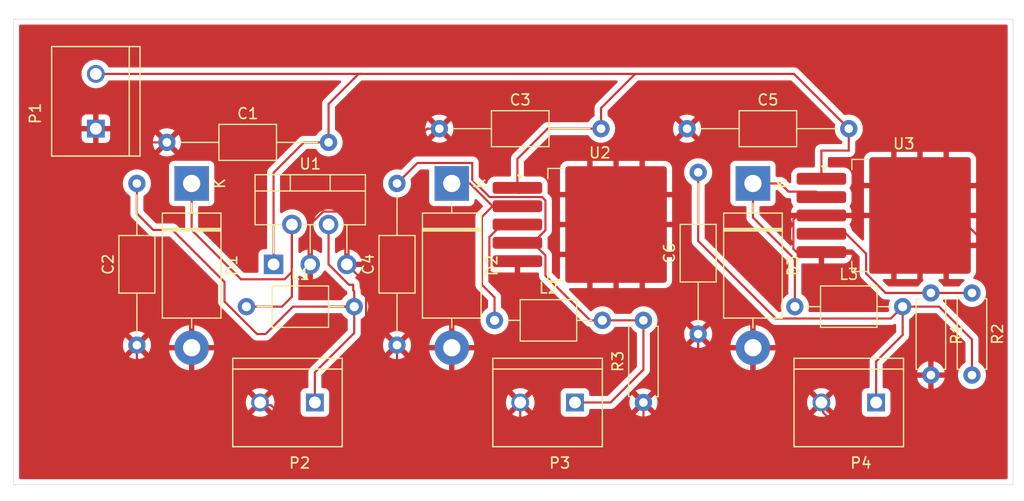
<source format=kicad_pcb>
(kicad_pcb (version 20241229) (generator "pcbnew") (generator_version "9.0")
  (layers (0 "F.Cu" signal) (2 "B.Cu" signal) (13 "F.Paste" user) (15 "B.Paste" user) (5 "F.SilkS" user "F.Silkscreen") (7 "B.SilkS" user "B.Silkscreen") (1 "F.Mask" user) (3 "B.Mask" user) (25 "Edge.Cuts" user))
  (net 0 "")
  (net 1 "/GND")
  (net 2 "Net-(U3-FB)")
  (net 3 "/3.3V")
  (net 4 "/5V")
  (net 5 "/12V")
  (net 6 "Net-(D1-K)")
  (net 7 "/+24V")
  (net 8 "Net-(D2-K)")
  (net 9 "Net-(D3-K)")
  (footprint "Library:2pin_screwterminal" (layer "F.Cu") (at 119.38 82.55 90)
    (property "Reference" "P1" (at -1.127255 -5.614945 90) (layer "F.SilkS") (effects (font (size 1.002039 1.002039))))
    (property "Value" "282837-2")
    (fp_line (start 5.08 -4.1) (end 5.08 3.1) (stroke (width 0.127)) (layer "F.SilkS"))
    (fp_line (start -5.08 -4.1) (end 5.08 -4.1) (stroke (width 0.127)) (layer "F.SilkS"))
    (fp_line (start 5.08 3.1) (end 5.08 4.1) (stroke (width 0.127)) (layer "F.SilkS"))
    (fp_line (start -5.08 3.1) (end -5.08 -4.1) (stroke (width 0.127)) (layer "F.SilkS"))
    (fp_line (start -5.08 3.1) (end 5.08 3.1) (stroke (width 0.127)) (layer "F.SilkS"))
    (fp_line (start 5.08 4.1) (end -5.08 4.1) (stroke (width 0.127)) (layer "F.SilkS"))
    (fp_line (start -5.08 4.1) (end -5.08 3.1) (stroke (width 0.127)) (layer "F.SilkS"))
    (pad "1" thru_hole rect (at -2.54 0 90) (size 1.65 1.65) (drill 1.1) (layers "*.Cu" "*.Mask") (net 1 "/GND"))
    (pad "2" thru_hole circle (at 2.54 0 90) (size 1.65 1.65) (drill 1.1) (layers "*.Cu" "*.Mask") (net 7 "/+24V"))
  )
  (footprint "Package_TO_SOT_SMD:TO-263-5_TabPin3" (layer "F.Cu") (at 166.14 93.98)
    (property "Reference" "U2" (at 0 -6.65 0) (layer "F.SilkS"))
    (property "Value" "LM2596S-5")
    (fp_line (start -4.825 -5.2) (end -4.825 -4.25) (stroke (width 0.12)) (layer "F.SilkS"))
    (fp_line (start -4.825 5.2) (end -4.825 4.25) (stroke (width 0.12)) (layer "F.SilkS"))
    (fp_line (start -3.325 -5.2) (end -4.825 -5.2) (stroke (width 0.12)) (layer "F.SilkS"))
    (fp_line (start -3.325 5.2) (end -4.825 5.2) (stroke (width 0.12)) (layer "F.SilkS"))
    (fp_poly (pts (xy -7.3875 -4.25) (xy -7.6275 -4.58) (xy -7.1475 -4.58) (xy -7.3875 -4.25)) (stroke (width 0.12)) (fill yes) (layer "F.SilkS"))
    (pad "1" smd roundrect (at -7.65 -3.4) (size 4.6 1.1) (layers "F.Cu" "F.Mask" "F.Paste") (roundrect_rratio 0.227273) (net 7 "/+24V"))
    (pad "2" smd roundrect (at -7.65 -1.7) (size 4.6 1.1) (layers "F.Cu" "F.Mask" "F.Paste") (roundrect_rratio 0.227273) (net 8 "Net-(D2-K)"))
    (pad "3" smd roundrect (at -7.65 0) (size 4.6 1.1) (layers "F.Cu" "F.Mask" "F.Paste") (roundrect_rratio 0.227273) (net 1 "/GND"))
    (pad "3" smd roundrect (at -0.925 -2.775) (size 4.55 5.25) (layers "F.Cu" "F.Paste") (roundrect_rratio 0.054945) (net 1 "/GND"))
    (pad "3" smd roundrect (at -0.925 2.775) (size 4.55 5.25) (layers "F.Cu" "F.Paste") (roundrect_rratio 0.054945) (net 1 "/GND"))
    (pad "3" smd roundrect (at 1.5 0) (size 9.4 10.8) (layers "F.Cu" "F.Mask") (roundrect_rratio 0.026596) (net 1 "/GND"))
    (pad "3" smd roundrect (at 3.925 -2.775) (size 4.55 5.25) (layers "F.Cu" "F.Paste") (roundrect_rratio 0.054945) (net 1 "/GND"))
    (pad "3" smd roundrect (at 3.925 2.775) (size 4.55 5.25) (layers "F.Cu" "F.Paste") (roundrect_rratio 0.054945) (net 1 "/GND"))
    (pad "4" smd roundrect (at -7.65 1.7) (size 4.6 1.1) (layers "F.Cu" "F.Mask" "F.Paste") (roundrect_rratio 0.227273) (net 4 "/5V"))
    (pad "5" smd roundrect (at -7.65 3.4) (size 4.6 1.1) (layers "F.Cu" "F.Mask" "F.Paste") (roundrect_rratio 0.227273) (net 1 "/GND"))
  )
  (footprint "Diode_THT:D_DO-201AD_P15.24mm_Horizontal" (layer "F.Cu") (at 128.27 90.17 -90)
    (property "Reference" "D1" (at 7.62 -3.72 90) (layer "F.SilkS"))
    (property "Value" "1N5822")
    (fp_line (start 2.75 2.72) (end 12.49 2.72) (stroke (width 0.12)) (layer "F.SilkS"))
    (fp_line (start 12.49 2.72) (end 12.49 -2.72) (stroke (width 0.12)) (layer "F.SilkS"))
    (fp_line (start 1.84 0) (end 2.75 0) (stroke (width 0.12)) (layer "F.SilkS"))
    (fp_line (start 13.4 0) (end 12.49 0) (stroke (width 0.12)) (layer "F.SilkS"))
    (fp_line (start 2.75 -2.72) (end 2.75 2.72) (stroke (width 0.12)) (layer "F.SilkS"))
    (fp_line (start 4.175 -2.72) (end 4.175 2.72) (stroke (width 0.12)) (layer "F.SilkS"))
    (fp_line (start 4.295 -2.72) (end 4.295 2.72) (stroke (width 0.12)) (layer "F.SilkS"))
    (fp_line (start 4.415 -2.72) (end 4.415 2.72) (stroke (width 0.12)) (layer "F.SilkS"))
    (fp_line (start 12.49 -2.72) (end 2.75 -2.72) (stroke (width 0.12)) (layer "F.SilkS"))
    (fp_text user "K" (at 0 -2.6 90) (layer "F.SilkS"))
    (pad "1" thru_hole rect (at 0 0 270) (size 3.2 3.2) (drill 1.6) (layers "*.Cu" "*.Mask") (net 6 "Net-(D1-K)"))
    (pad "2" thru_hole oval (at 15.24 0 270) (size 3.2 3.2) (drill 1.6) (layers "*.Cu" "*.Mask") (net 1 "/GND"))
  )
  (footprint "Inductor_THT:L_Axial_L5.0mm_D3.6mm_P10.00mm_Horizontal_Murata_BL01RN1A2A2" (layer "F.Cu") (at 156.37 102.87)
    (property "Reference" "L2" (at 5 -3 0) (layer "F.SilkS"))
    (property "Value" "33µH")
    (fp_line (start 1 0) (end 2.38 0) (stroke (width 0.12)) (layer "F.SilkS"))
    (fp_line (start 2.38 -1.92) (end 2.38 1.92) (stroke (width 0.12)) (layer "F.SilkS"))
    (fp_line (start 2.38 1.92) (end 7.62 1.92) (stroke (width 0.12)) (layer "F.SilkS"))
    (fp_line (start 7.62 -1.92) (end 2.38 -1.92) (stroke (width 0.12)) (layer "F.SilkS"))
    (fp_line (start 7.62 1.92) (end 7.62 -1.92) (stroke (width 0.12)) (layer "F.SilkS"))
    (fp_line (start 9 0) (end 7.62 0) (stroke (width 0.12)) (layer "F.SilkS"))
    (pad "1" thru_hole circle (at 0 0) (size 1.6 1.6) (drill 0.85) (layers "*.Cu" "*.Mask") (net 8 "Net-(D2-K)"))
    (pad "2" thru_hole oval (at 10 0) (size 1.6 1.6) (drill 0.85) (layers "*.Cu" "*.Mask") (net 4 "/5V"))
  )
  (footprint "Resistor_THT:R_Axial_DIN0207_L6.3mm_D2.5mm_P7.62mm_Horizontal" (layer "F.Cu") (at 170.18 110.49 90)
    (property "Reference" "R3" (at 3.81 -2.37 90) (layer "F.SilkS"))
    (property "Value" "5Ω")
    (fp_line (start 7.08 -1.37) (end 7.08 -1.04) (stroke (width 0.12)) (layer "F.SilkS"))
    (fp_line (start 0.54 -1.37) (end 7.08 -1.37) (stroke (width 0.12)) (layer "F.SilkS"))
    (fp_line (start 0.54 -1.04) (end 0.54 -1.37) (stroke (width 0.12)) (layer "F.SilkS"))
    (fp_line (start 0.54 1.04) (end 0.54 1.37) (stroke (width 0.12)) (layer "F.SilkS"))
    (fp_line (start 7.08 1.37) (end 7.08 1.04) (stroke (width 0.12)) (layer "F.SilkS"))
    (fp_line (start 0.54 1.37) (end 7.08 1.37) (stroke (width 0.12)) (layer "F.SilkS"))
    (pad "1" thru_hole circle (at 0 0 90) (size 1.6 1.6) (drill 0.8) (layers "*.Cu" "*.Mask") (net 1 "/GND"))
    (pad "2" thru_hole oval (at 7.62 0 90) (size 1.6 1.6) (drill 0.8) (layers "*.Cu" "*.Mask") (net 4 "/5V"))
  )
  (footprint "Inductor_THT:L_Axial_L5.0mm_D3.6mm_P10.00mm_Horizontal_Murata_BL01RN1A2A2" (layer "F.Cu") (at 184.23 101.6)
    (property "Reference" "L3" (at 5 -3 0) (layer "F.SilkS"))
    (property "Value" "33µH")
    (fp_line (start 1 0) (end 2.38 0) (stroke (width 0.12)) (layer "F.SilkS"))
    (fp_line (start 2.38 -1.92) (end 2.38 1.92) (stroke (width 0.12)) (layer "F.SilkS"))
    (fp_line (start 2.38 1.92) (end 7.62 1.92) (stroke (width 0.12)) (layer "F.SilkS"))
    (fp_line (start 7.62 -1.92) (end 2.38 -1.92) (stroke (width 0.12)) (layer "F.SilkS"))
    (fp_line (start 7.62 1.92) (end 7.62 -1.92) (stroke (width 0.12)) (layer "F.SilkS"))
    (fp_line (start 9 0) (end 7.62 0) (stroke (width 0.12)) (layer "F.SilkS"))
    (pad "1" thru_hole circle (at 0 0) (size 1.6 1.6) (drill 0.85) (layers "*.Cu" "*.Mask") (net 9 "Net-(D3-K)"))
    (pad "2" thru_hole oval (at 10 0) (size 1.6 1.6) (drill 0.85) (layers "*.Cu" "*.Mask") (net 3 "/3.3V"))
  )
  (footprint "Capacitor_THT:C_Axial_L5.1mm_D3.1mm_P15.00mm_Horizontal" (layer "F.Cu") (at 123.19 105.17 90)
    (property "Reference" "C2" (at 7.5 -2.67 90) (layer "F.SilkS"))
    (property "Value" "330μF")
    (fp_line (start 10.17 -1.67) (end 4.83 -1.67) (stroke (width 0.12)) (layer "F.SilkS"))
    (fp_line (start 4.83 -1.67) (end 4.83 1.67) (stroke (width 0.12)) (layer "F.SilkS"))
    (fp_line (start 13.96 0) (end 10.17 0) (stroke (width 0.12)) (layer "F.SilkS"))
    (fp_line (start 1.04 0) (end 4.83 0) (stroke (width 0.12)) (layer "F.SilkS"))
    (fp_line (start 10.17 1.67) (end 10.17 -1.67) (stroke (width 0.12)) (layer "F.SilkS"))
    (fp_line (start 4.83 1.67) (end 10.17 1.67) (stroke (width 0.12)) (layer "F.SilkS"))
    (pad "1" thru_hole circle (at 0 0 90) (size 1.6 1.6) (drill 0.8) (layers "*.Cu" "*.Mask") (net 1 "/GND"))
    (pad "2" thru_hole oval (at 15 0 90) (size 1.6 1.6) (drill 0.8) (layers "*.Cu" "*.Mask") (net 5 "/12V"))
  )
  (footprint "Diode_THT:D_DO-201AD_P15.24mm_Horizontal" (layer "F.Cu") (at 180.34 90.17 -90)
    (property "Reference" "D3" (at 7.62 -3.72 90) (layer "F.SilkS"))
    (property "Value" "1N5822")
    (fp_line (start 2.75 2.72) (end 12.49 2.72) (stroke (width 0.12)) (layer "F.SilkS"))
    (fp_line (start 12.49 2.72) (end 12.49 -2.72) (stroke (width 0.12)) (layer "F.SilkS"))
    (fp_line (start 1.84 0) (end 2.75 0) (stroke (width 0.12)) (layer "F.SilkS"))
    (fp_line (start 13.4 0) (end 12.49 0) (stroke (width 0.12)) (layer "F.SilkS"))
    (fp_line (start 2.75 -2.72) (end 2.75 2.72) (stroke (width 0.12)) (layer "F.SilkS"))
    (fp_line (start 4.175 -2.72) (end 4.175 2.72) (stroke (width 0.12)) (layer "F.SilkS"))
    (fp_line (start 4.295 -2.72) (end 4.295 2.72) (stroke (width 0.12)) (layer "F.SilkS"))
    (fp_line (start 4.415 -2.72) (end 4.415 2.72) (stroke (width 0.12)) (layer "F.SilkS"))
    (fp_line (start 12.49 -2.72) (end 2.75 -2.72) (stroke (width 0.12)) (layer "F.SilkS"))
    (fp_text user "K" (at 0 -2.6 90) (layer "F.SilkS"))
    (pad "1" thru_hole rect (at 0 0 270) (size 3.2 3.2) (drill 1.6) (layers "*.Cu" "*.Mask") (net 9 "Net-(D3-K)"))
    (pad "2" thru_hole oval (at 15.24 0 270) (size 3.2 3.2) (drill 1.6) (layers "*.Cu" "*.Mask") (net 1 "/GND"))
  )
  (footprint "Capacitor_THT:C_Axial_L5.1mm_D3.1mm_P15.00mm_Horizontal" (layer "F.Cu") (at 147.32 105.17 90)
    (property "Reference" "C4" (at 7.5 -2.67 90) (layer "F.SilkS"))
    (property "Value" "330μF")
    (fp_line (start 10.17 -1.67) (end 4.83 -1.67) (stroke (width 0.12)) (layer "F.SilkS"))
    (fp_line (start 4.83 -1.67) (end 4.83 1.67) (stroke (width 0.12)) (layer "F.SilkS"))
    (fp_line (start 13.96 0) (end 10.17 0) (stroke (width 0.12)) (layer "F.SilkS"))
    (fp_line (start 1.04 0) (end 4.83 0) (stroke (width 0.12)) (layer "F.SilkS"))
    (fp_line (start 10.17 1.67) (end 10.17 -1.67) (stroke (width 0.12)) (layer "F.SilkS"))
    (fp_line (start 4.83 1.67) (end 10.17 1.67) (stroke (width 0.12)) (layer "F.SilkS"))
    (pad "1" thru_hole circle (at 0 0 90) (size 1.6 1.6) (drill 0.8) (layers "*.Cu" "*.Mask") (net 1 "/GND"))
    (pad "2" thru_hole oval (at 15 0 90) (size 1.6 1.6) (drill 0.8) (layers "*.Cu" "*.Mask") (net 4 "/5V"))
  )
  (footprint "Capacitor_THT:C_Axial_L5.1mm_D3.1mm_P15.00mm_Horizontal" (layer "F.Cu") (at 151.25 85.09)
    (property "Reference" "C3" (at 7.5 -2.67 0) (layer "F.SilkS"))
    (property "Value" "220μF")
    (fp_line (start 1.04 0) (end 4.83 0) (stroke (width 0.12)) (layer "F.SilkS"))
    (fp_line (start 4.83 -1.67) (end 4.83 1.67) (stroke (width 0.12)) (layer "F.SilkS"))
    (fp_line (start 4.83 1.67) (end 10.17 1.67) (stroke (width 0.12)) (layer "F.SilkS"))
    (fp_line (start 10.17 -1.67) (end 4.83 -1.67) (stroke (width 0.12)) (layer "F.SilkS"))
    (fp_line (start 10.17 1.67) (end 10.17 -1.67) (stroke (width 0.12)) (layer "F.SilkS"))
    (fp_line (start 13.96 0) (end 10.17 0) (stroke (width 0.12)) (layer "F.SilkS"))
    (pad "1" thru_hole circle (at 0 0) (size 1.6 1.6) (drill 0.8) (layers "*.Cu" "*.Mask") (net 1 "/GND"))
    (pad "2" thru_hole oval (at 15 0) (size 1.6 1.6) (drill 0.8) (layers "*.Cu" "*.Mask") (net 7 "/+24V"))
  )
  (footprint "Capacitor_THT:C_Axial_L5.1mm_D3.1mm_P15.00mm_Horizontal" (layer "F.Cu") (at 125.97 86.36)
    (property "Reference" "C1" (at 7.5 -2.67 0) (layer "F.SilkS"))
    (property "Value" "220u")
    (fp_line (start 1.04 0) (end 4.83 0) (stroke (width 0.12)) (layer "F.SilkS"))
    (fp_line (start 4.83 -1.67) (end 4.83 1.67) (stroke (width 0.12)) (layer "F.SilkS"))
    (fp_line (start 4.83 1.67) (end 10.17 1.67) (stroke (width 0.12)) (layer "F.SilkS"))
    (fp_line (start 10.17 -1.67) (end 4.83 -1.67) (stroke (width 0.12)) (layer "F.SilkS"))
    (fp_line (start 10.17 1.67) (end 10.17 -1.67) (stroke (width 0.12)) (layer "F.SilkS"))
    (fp_line (start 13.96 0) (end 10.17 0) (stroke (width 0.12)) (layer "F.SilkS"))
    (pad "1" thru_hole circle (at 0 0) (size 1.6 1.6) (drill 0.8) (layers "*.Cu" "*.Mask") (net 1 "/GND"))
    (pad "2" thru_hole oval (at 15 0) (size 1.6 1.6) (drill 0.8) (layers "*.Cu" "*.Mask") (net 7 "/+24V"))
  )
  (footprint "Resistor_THT:R_Axial_DIN0207_L6.3mm_D2.5mm_P7.62mm_Horizontal" (layer "F.Cu") (at 200.66 100.33 -90)
    (property "Reference" "R2" (at 3.81 -2.37 90) (layer "F.SilkS"))
    (property "Value" "1.7kΩ")
    (fp_line (start 0.54 1.37) (end 7.08 1.37) (stroke (width 0.12)) (layer "F.SilkS"))
    (fp_line (start 7.08 1.37) (end 7.08 1.04) (stroke (width 0.12)) (layer "F.SilkS"))
    (fp_line (start 0.54 1.04) (end 0.54 1.37) (stroke (width 0.12)) (layer "F.SilkS"))
    (fp_line (start 0.54 -1.04) (end 0.54 -1.37) (stroke (width 0.12)) (layer "F.SilkS"))
    (fp_line (start 0.54 -1.37) (end 7.08 -1.37) (stroke (width 0.12)) (layer "F.SilkS"))
    (fp_line (start 7.08 -1.37) (end 7.08 -1.04) (stroke (width 0.12)) (layer "F.SilkS"))
    (pad "1" thru_hole circle (at 0 0 270) (size 1.6 1.6) (drill 0.8) (layers "*.Cu" "*.Mask") (net 2 "Net-(U3-FB)"))
    (pad "2" thru_hole oval (at 7.62 0 270) (size 1.6 1.6) (drill 0.8) (layers "*.Cu" "*.Mask") (net 3 "/3.3V"))
  )
  (footprint "Package_TO_SOT_THT:TO-220-5_P3.4x3.7mm_StaggerOdd_Lead3.8mm_Vertical" (layer "F.Cu") (at 135.87 97.68)
    (property "Reference" "U1" (at 3.4 -9.32 0) (layer "F.SilkS"))
    (property "Value" "LM2596T-12")
    (fp_line (start -1.721 -8.32) (end -1.721 -3.679) (stroke (width 0.12)) (layer "F.SilkS"))
    (fp_line (start -1.721 -8.32) (end 8.52 -8.32) (stroke (width 0.12)) (layer "F.SilkS"))
    (fp_line (start -1.721 -6.811) (end 8.52 -6.811) (stroke (width 0.12)) (layer "F.SilkS"))
    (fp_line (start -1.721 -3.679) (end 0.635 -3.679) (stroke (width 0.12)) (layer "F.SilkS"))
    (fp_line (start 0 -3.679) (end 0 -1.049) (stroke (width 0.12)) (layer "F.SilkS"))
    (fp_line (start 1.55 -8.32) (end 1.55 -6.811) (stroke (width 0.12)) (layer "F.SilkS"))
    (fp_line (start 2.765 -3.679) (end 4.035 -3.679) (stroke (width 0.12)) (layer "F.SilkS"))
    (fp_line (start 3.4 -3.679) (end 3.4 -1.065) (stroke (width 0.12)) (layer "F.SilkS"))
    (fp_line (start 5.25 -8.32) (end 5.25 -6.811) (stroke (width 0.12)) (layer "F.SilkS"))
    (fp_line (start 6.165 -3.679) (end 8.52 -3.679) (stroke (width 0.12)) (layer "F.SilkS"))
    (fp_line (start 6.8 -3.679) (end 6.8 -1.065) (stroke (width 0.12)) (layer "F.SilkS"))
    (fp_line (start 8.52 -8.32) (end 8.52 -3.679) (stroke (width 0.12)) (layer "F.SilkS"))
    (pad "1" thru_hole rect (at 0 0) (size 1.8 1.8) (drill 1.1) (layers "*.Cu" "*.Mask") (net 7 "/+24V"))
    (pad "2" thru_hole oval (at 1.7 -3.7) (size 1.8 1.8) (drill 1.1) (layers "*.Cu" "*.Mask") (net 6 "Net-(D1-K)"))
    (pad "3" thru_hole oval (at 3.4 0) (size 1.8 1.8) (drill 1.1) (layers "*.Cu" "*.Mask") (net 1 "/GND"))
    (pad "4" thru_hole oval (at 5.1 -3.7) (size 1.8 1.8) (drill 1.1) (layers "*.Cu" "*.Mask") (net 5 "/12V"))
    (pad "5" thru_hole oval (at 6.8 0) (size 1.8 1.8) (drill 1.1) (layers "*.Cu" "*.Mask") (net 1 "/GND"))
  )
  (footprint "Library:2pin_screwterminal" (layer "F.Cu") (at 189.23 110.49 180)
    (property "Reference" "P4" (at -1.127255 -5.614945 0) (layer "F.SilkS") (effects (font (size 1.002039 1.002039))))
    (property "Value" "282837-2")
    (fp_line (start 5.08 4.1) (end -5.08 4.1) (stroke (width 0.127)) (layer "F.SilkS"))
    (fp_line (start 5.08 3.1) (end 5.08 4.1) (stroke (width 0.127)) (layer "F.SilkS"))
    (fp_line (start 5.08 -4.1) (end 5.08 3.1) (stroke (width 0.127)) (layer "F.SilkS"))
    (fp_line (start -5.08 4.1) (end -5.08 3.1) (stroke (width 0.127)) (layer "F.SilkS"))
    (fp_line (start -5.08 3.1) (end 5.08 3.1) (stroke (width 0.127)) (layer "F.SilkS"))
    (fp_line (start -5.08 3.1) (end -5.08 -4.1) (stroke (width 0.127)) (layer "F.SilkS"))
    (fp_line (start -5.08 -4.1) (end 5.08 -4.1) (stroke (width 0.127)) (layer "F.SilkS"))
    (pad "1" thru_hole rect (at -2.54 0 180) (size 1.65 1.65) (drill 1.1) (layers "*.Cu" "*.Mask") (net 3 "/3.3V"))
    (pad "2" thru_hole circle (at 2.54 0 180) (size 1.65 1.65) (drill 1.1) (layers "*.Cu" "*.Mask") (net 1 "/GND"))
  )
  (footprint "Library:2pin_screwterminal" (layer "F.Cu") (at 137.16 110.49 180)
    (property "Reference" "P2" (at -1.127255 -5.614945 0) (layer "F.SilkS") (effects (font (size 1.002039 1.002039))))
    (property "Value" "282837-2")
    (fp_line (start 5.08 4.1) (end -5.08 4.1) (stroke (width 0.127)) (layer "F.SilkS"))
    (fp_line (start 5.08 3.1) (end 5.08 4.1) (stroke (width 0.127)) (layer "F.SilkS"))
    (fp_line (start 5.08 -4.1) (end 5.08 3.1) (stroke (width 0.127)) (layer "F.SilkS"))
    (fp_line (start -5.08 4.1) (end -5.08 3.1) (stroke (width 0.127)) (layer "F.SilkS"))
    (fp_line (start -5.08 3.1) (end 5.08 3.1) (stroke (width 0.127)) (layer "F.SilkS"))
    (fp_line (start -5.08 3.1) (end -5.08 -4.1) (stroke (width 0.127)) (layer "F.SilkS"))
    (fp_line (start -5.08 -4.1) (end 5.08 -4.1) (stroke (width 0.127)) (layer "F.SilkS"))
    (pad "1" thru_hole rect (at -2.54 0 180) (size 1.65 1.65) (drill 1.1) (layers "*.Cu" "*.Mask") (net 5 "/12V"))
    (pad "2" thru_hole circle (at 2.54 0 180) (size 1.65 1.65) (drill 1.1) (layers "*.Cu" "*.Mask") (net 1 "/GND"))
  )
  (footprint "Diode_THT:D_DO-201AD_P15.24mm_Horizontal" (layer "F.Cu") (at 152.4 90.17 -90)
    (property "Reference" "D2" (at 7.62 -3.72 90) (layer "F.SilkS"))
    (property "Value" "1N5822")
    (fp_line (start 2.75 2.72) (end 12.49 2.72) (stroke (width 0.12)) (layer "F.SilkS"))
    (fp_line (start 12.49 2.72) (end 12.49 -2.72) (stroke (width 0.12)) (layer "F.SilkS"))
    (fp_line (start 1.84 0) (end 2.75 0) (stroke (width 0.12)) (layer "F.SilkS"))
    (fp_line (start 13.4 0) (end 12.49 0) (stroke (width 0.12)) (layer "F.SilkS"))
    (fp_line (start 2.75 -2.72) (end 2.75 2.72) (stroke (width 0.12)) (layer "F.SilkS"))
    (fp_line (start 4.175 -2.72) (end 4.175 2.72) (stroke (width 0.12)) (layer "F.SilkS"))
    (fp_line (start 4.295 -2.72) (end 4.295 2.72) (stroke (width 0.12)) (layer "F.SilkS"))
    (fp_line (start 4.415 -2.72) (end 4.415 2.72) (stroke (width 0.12)) (layer "F.SilkS"))
    (fp_line (start 12.49 -2.72) (end 2.75 -2.72) (stroke (width 0.12)) (layer "F.SilkS"))
    (fp_text user "K" (at 0 -2.6 90) (layer "F.SilkS"))
    (pad "1" thru_hole rect (at 0 0 270) (size 3.2 3.2) (drill 1.6) (layers "*.Cu" "*.Mask") (net 8 "Net-(D2-K)"))
    (pad "2" thru_hole oval (at 15.24 0 270) (size 3.2 3.2) (drill 1.6) (layers "*.Cu" "*.Mask") (net 1 "/GND"))
  )
  (footprint "Library:2pin_screwterminal" (layer "F.Cu") (at 161.29 110.49 180)
    (property "Reference" "P3" (at -1.127255 -5.614945 0) (layer "F.SilkS") (effects (font (size 1.002039 1.002039))))
    (property "Value" "282837-2")
    (fp_line (start 5.08 4.1) (end -5.08 4.1) (stroke (width 0.127)) (layer "F.SilkS"))
    (fp_line (start 5.08 3.1) (end 5.08 4.1) (stroke (width 0.127)) (layer "F.SilkS"))
    (fp_line (start 5.08 -4.1) (end 5.08 3.1) (stroke (width 0.127)) (layer "F.SilkS"))
    (fp_line (start -5.08 4.1) (end -5.08 3.1) (stroke (width 0.127)) (layer "F.SilkS"))
    (fp_line (start -5.08 3.1) (end 5.08 3.1) (stroke (width 0.127)) (layer "F.SilkS"))
    (fp_line (start -5.08 3.1) (end -5.08 -4.1) (stroke (width 0.127)) (layer "F.SilkS"))
    (fp_line (start -5.08 -4.1) (end 5.08 -4.1) (stroke (width 0.127)) (layer "F.SilkS"))
    (pad "1" thru_hole rect (at -2.54 0 180) (size 1.65 1.65) (drill 1.1) (layers "*.Cu" "*.Mask") (net 4 "/5V"))
    (pad "2" thru_hole circle (at 2.54 0 180) (size 1.65 1.65) (drill 1.1) (layers "*.Cu" "*.Mask") (net 1 "/GND"))
  )
  (footprint "Resistor_THT:R_Axial_DIN0207_L6.3mm_D2.5mm_P7.62mm_Horizontal" (layer "F.Cu") (at 196.85 100.33 -90)
    (property "Reference" "R1" (at 3.81 -2.37 90) (layer "F.SilkS"))
    (property "Value" "1kΩ" (hide yes))
    (fp_line (start 0.54 1.37) (end 7.08 1.37) (stroke (width 0.12)) (layer "F.SilkS"))
    (fp_line (start 7.08 1.37) (end 7.08 1.04) (stroke (width 0.12)) (layer "F.SilkS"))
    (fp_line (start 0.54 1.04) (end 0.54 1.37) (stroke (width 0.12)) (layer "F.SilkS"))
    (fp_line (start 0.54 -1.04) (end 0.54 -1.37) (stroke (width 0.12)) (layer "F.SilkS"))
    (fp_line (start 0.54 -1.37) (end 7.08 -1.37) (stroke (width 0.12)) (layer "F.SilkS"))
    (fp_line (start 7.08 -1.37) (end 7.08 -1.04) (stroke (width 0.12)) (layer "F.SilkS"))
    (pad "1" thru_hole circle (at 0 0 270) (size 1.6 1.6) (drill 0.8) (layers "*.Cu" "*.Mask") (net 2 "Net-(U3-FB)"))
    (pad "2" thru_hole oval (at 7.62 0 270) (size 1.6 1.6) (drill 0.8) (layers "*.Cu" "*.Mask") (net 1 "/GND"))
  )
  (footprint "Capacitor_THT:C_Axial_L5.1mm_D3.1mm_P15.00mm_Horizontal" (layer "F.Cu") (at 174.23 85.09)
    (property "Reference" "C5" (at 7.5 -2.67 0) (layer "F.SilkS"))
    (property "Value" "220μF")
    (fp_line (start 1.04 0) (end 4.83 0) (stroke (width 0.12)) (layer "F.SilkS"))
    (fp_line (start 4.83 -1.67) (end 4.83 1.67) (stroke (width 0.12)) (layer "F.SilkS"))
    (fp_line (start 4.83 1.67) (end 10.17 1.67) (stroke (width 0.12)) (layer "F.SilkS"))
    (fp_line (start 10.17 -1.67) (end 4.83 -1.67) (stroke (width 0.12)) (layer "F.SilkS"))
    (fp_line (start 10.17 1.67) (end 10.17 -1.67) (stroke (width 0.12)) (layer "F.SilkS"))
    (fp_line (start 13.96 0) (end 10.17 0) (stroke (width 0.12)) (layer "F.SilkS"))
    (pad "1" thru_hole circle (at 0 0) (size 1.6 1.6) (drill 0.8) (layers "*.Cu" "*.Mask") (net 1 "/GND"))
    (pad "2" thru_hole oval (at 15 0) (size 1.6 1.6) (drill 0.8) (layers "*.Cu" "*.Mask") (net 7 "/+24V"))
  )
  (footprint "Capacitor_THT:C_Axial_L5.1mm_D3.1mm_P15.00mm_Horizontal" (layer "F.Cu") (at 175.26 104.14 90)
    (property "Reference" "C6" (at 7.5 -2.67 90) (layer "F.SilkS"))
    (property "Value" "330μF")
    (fp_line (start 10.17 -1.67) (end 4.83 -1.67) (stroke (width 0.12)) (layer "F.SilkS"))
    (fp_line (start 4.83 -1.67) (end 4.83 1.67) (stroke (width 0.12)) (layer "F.SilkS"))
    (fp_line (start 13.96 0) (end 10.17 0) (stroke (width 0.12)) (layer "F.SilkS"))
    (fp_line (start 1.04 0) (end 4.83 0) (stroke (width 0.12)) (layer "F.SilkS"))
    (fp_line (start 10.17 1.67) (end 10.17 -1.67) (stroke (width 0.12)) (layer "F.SilkS"))
    (fp_line (start 4.83 1.67) (end 10.17 1.67) (stroke (width 0.12)) (layer "F.SilkS"))
    (pad "1" thru_hole circle (at 0 0 90) (size 1.6 1.6) (drill 0.8) (layers "*.Cu" "*.Mask") (net 1 "/GND"))
    (pad "2" thru_hole oval (at 15 0 90) (size 1.6 1.6) (drill 0.8) (layers "*.Cu" "*.Mask") (net 3 "/3.3V"))
  )
  (footprint "Inductor_THT:L_Axial_L5.0mm_D3.6mm_P10.00mm_Horizontal_Murata_BL01RN1A2A2" (layer "F.Cu") (at 133.35 101.6)
    (property "Reference" "L1" (at 5 -3 0) (layer "F.SilkS"))
    (property "Value" "33µH")
    (fp_line (start 1 0) (end 2.38 0) (stroke (width 0.12)) (layer "F.SilkS"))
    (fp_line (start 2.38 -1.92) (end 2.38 1.92) (stroke (width 0.12)) (layer "F.SilkS"))
    (fp_line (start 2.38 1.92) (end 7.62 1.92) (stroke (width 0.12)) (layer "F.SilkS"))
    (fp_line (start 7.62 -1.92) (end 2.38 -1.92) (stroke (width 0.12)) (layer "F.SilkS"))
    (fp_line (start 7.62 1.92) (end 7.62 -1.92) (stroke (width 0.12)) (layer "F.SilkS"))
    (fp_line (start 9 0) (end 7.62 0) (stroke (width 0.12)) (layer "F.SilkS"))
    (pad "1" thru_hole circle (at 0 0) (size 1.6 1.6) (drill 0.85) (layers "*.Cu" "*.Mask") (net 6 "Net-(D1-K)"))
    (pad "2" thru_hole oval (at 10 0) (size 1.6 1.6) (drill 0.85) (layers "*.Cu" "*.Mask") (net 5 "/12V"))
  )
  (footprint "Package_TO_SOT_SMD:TO-263-5_TabPin3" (layer "F.Cu") (at 194.34 93.14)
    (property "Reference" "U3" (at 0 -6.65 0) (layer "F.SilkS"))
    (property "Value" "LM2596S-ADJ")
    (fp_line (start -4.825 -5.2) (end -4.825 -4.25) (stroke (width 0.12)) (layer "F.SilkS"))
    (fp_line (start -4.825 5.2) (end -4.825 4.25) (stroke (width 0.12)) (layer "F.SilkS"))
    (fp_line (start -3.325 -5.2) (end -4.825 -5.2) (stroke (width 0.12)) (layer "F.SilkS"))
    (fp_line (start -3.325 5.2) (end -4.825 5.2) (stroke (width 0.12)) (layer "F.SilkS"))
    (fp_poly (pts (xy -7.3875 -4.25) (xy -7.6275 -4.58) (xy -7.1475 -4.58) (xy -7.3875 -4.25)) (stroke (width 0.12)) (fill yes) (layer "F.SilkS"))
    (pad "1" smd roundrect (at -7.65 -3.4) (size 4.6 1.1) (layers "F.Cu" "F.Mask" "F.Paste") (roundrect_rratio 0.227273) (net 7 "/+24V"))
    (pad "2" smd roundrect (at -7.65 -1.7) (size 4.6 1.1) (layers "F.Cu" "F.Mask" "F.Paste") (roundrect_rratio 0.227273) (net 9 "Net-(D3-K)"))
    (pad "3" smd roundrect (at -7.65 0) (size 4.6 1.1) (layers "F.Cu" "F.Mask" "F.Paste") (roundrect_rratio 0.227273) (net 1 "/GND"))
    (pad "3" smd roundrect (at -0.925 -2.775) (size 4.55 5.25) (layers "F.Cu" "F.Paste") (roundrect_rratio 0.054945) (net 1 "/GND"))
    (pad "3" smd roundrect (at -0.925 2.775) (size 4.55 5.25) (layers "F.Cu" "F.Paste") (roundrect_rratio 0.054945) (net 1 "/GND"))
    (pad "3" smd roundrect (at 1.5 0) (size 9.4 10.8) (layers "F.Cu" "F.Mask") (roundrect_rratio 0.026596) (net 1 "/GND"))
    (pad "3" smd roundrect (at 3.925 -2.775) (size 4.55 5.25) (layers "F.Cu" "F.Paste") (roundrect_rratio 0.054945) (net 1 "/GND"))
    (pad "3" smd roundrect (at 3.925 2.775) (size 4.55 5.25) (layers "F.Cu" "F.Paste") (roundrect_rratio 0.054945) (net 1 "/GND"))
    (pad "4" smd roundrect (at -7.65 1.7) (size 4.6 1.1) (layers "F.Cu" "F.Mask" "F.Paste") (roundrect_rratio 0.227273) (net 2 "Net-(U3-FB)"))
    (pad "5" smd roundrect (at -7.65 3.4) (size 4.6 1.1) (layers "F.Cu" "F.Mask" "F.Paste") (roundrect_rratio 0.227273) (net 1 "/GND"))
  )
  (gr_rect (start 111.76 74.93) (end 204.47 118.11) (stroke (width 0.05)) (fill no) (layer "Edge.Cuts"))
  (segment (start 156.972 115.57) (end 156.21 115.57) (width 0.2) (layer "F.Cu") (net 1))
  (segment (start 199.312 93.14) (end 203.2 97.028) (width 0.2) (layer "F.Cu") (net 1))
  (segment (start 144.45 99.46) (end 144.45 100.076) (width 0.2) (layer "F.Cu") (net 1))
  (segment (start 184.39 96.54) (end 184.09 96.24) (width 0.2) (layer "F.Cu") (net 1))
  (segment (start 139.7 115.57) (end 138.176 115.57) (width 0.2) (layer "F.Cu") (net 1))
  (segment (start 175.514 115.57) (end 170.18 115.57) (width 0.2) (layer "F.Cu") (net 1))
  (segment (start 138.176 113.284) (end 138.176 115.57) (width 0.2) (layer "F.Cu") (net 1))
  (segment (start 156.972 99.822) (end 158.49 99.822) (width 0.2) (layer "F.Cu") (net 1))
  (segment (start 201.422 110.49) (end 196.596 110.49) (width 0.2) (layer "F.Cu") (net 1))
  (segment (start 128.016 110.998) (end 128.27 110.744) (width 0.2) (layer "F.Cu") (net 1))
  (segment (start 158.49 99.822) (end 158.49 107.194) (width 0.2) (layer "F.Cu") (net 1))
  (segment (start 155.448 110.236) (end 152.4 110.236) (width 0.2) (layer "F.Cu") (net 1))
  (segment (start 186.69 93.14) (end 199.312 93.14) (width 0.2) (layer "F.Cu") (net 1))
  (segment (start 134.874 110.744) (end 135.636 110.744) (width 0.2) (layer "F.Cu") (net 1))
  (segment (start 139.27 97.68) (end 139.27 93.982943) (width 0.2) (layer "F.Cu") (net 1))
  (segment (start 125.97 86.36) (end 123.19 86.36) (width 0.2) (layer "F.Cu") (net 1))
  (segment (start 135.636 110.744) (end 138.176 113.284) (width 0.2) (layer "F.Cu") (net 1))
  (segment (start 141.802 92.78) (end 142.67 93.648) (width 0.2) (layer "F.Cu") (net 1))
  (segment (start 184.09 93.532) (end 184.482 93.14) (width 0.2) (layer "F.Cu") (net 1))
  (segment (start 191.77 113.411) (end 188.849 113.411) (width 0.2) (layer "F.Cu") (net 1))
  (segment (start 132.842 115.57) (end 132.334 115.57) (width 0.2) (layer "F.Cu") (net 1))
  (segment (start 189.484 115.57) (end 180.34 115.57) (width 0.2) (layer "F.Cu") (net 1))
  (segment (start 119.38 109.728) (end 125.476 115.824) (width 0.2) (layer "F.Cu") (net 1))
  (segment (start 151.25 85.09) (end 150.11863 85.09) (width 0.2) (layer "F.Cu") (net 1))
  (segment (start 158.49 107.194) (end 155.448 110.236) (width 0.2) (layer "F.Cu") (net 1))
  (segment (start 196.85 110.236) (end 196.596 110.49) (width 0.2) (layer "F.Cu") (net 1))
  (segment (start 203.2 108.712) (end 201.422 110.49) (width 0.2) (layer "F.Cu") (net 1))
  (segment (start 186.855685 110.89) (end 186.972843 110.772842) (width 0.2) (layer "F.Cu") (net 1))
  (segment (start 156.21 115.57) (end 152.4 115.57) (width 0.2) (layer "F.Cu") (net 1))
  (segment (start 175.26 115.316) (end 175.514 115.57) (width 0.2) (layer "F.Cu") (net 1))
  (segment (start 152.4 115.57) (end 147.574 115.57) (width 0.2) (layer "F.Cu") (net 1))
  (segment (start 194.818 110.49) (end 191.897 113.411) (width 0.2) (layer "F.Cu") (net 1))
  (segment (start 184.09 96.24) (end 184.09 93.532) (width 0.2) (layer "F.Cu") (net 1))
  (segment (start 191.897 113.411) (end 191.77 113.411) (width 0.2) (layer "F.Cu") (net 1))
  (segment (start 132.334 115.57) (end 128.397 111.633) (width 0.2) (layer "F.Cu") (net 1))
  (segment (start 150.11863 85.09) (end 144.45 90.75863) (width 0.2) (layer "F.Cu") (net 1))
  (segment (start 123.19 86.36) (end 119.38 90.17) (width 0.2) (layer "F.Cu") (net 1))
  (segment (start 144.272 115.57) (end 139.7 115.57) (width 0.2) (layer "F.Cu") (net 1))
  (segment (start 144.45 115.392) (end 144.272 115.57) (width 0.2) (layer "F.Cu") (net 1))
  (segment (start 196.596 110.49) (end 194.818 110.49) (width 0.2) (layer "F.Cu") (net 1))
  (segment (start 173.430001 85.889999) (end 173.430001 102.310001) (width 0.2) (layer "F.Cu") (net 1))
  (segment (start 176.53 105.41) (end 175.26 104.14) (width 0.2) (layer "F.Cu") (net 1))
  (segment (start 142.67 93.648) (end 142.67 97.68) (width 0.2) (layer "F.Cu") (net 1))
  (segment (start 196.85 107.95) (end 196.85 110.236) (width 0.2) (layer "F.Cu") (net 1))
  (segment (start 191.643 113.411) (end 189.484 115.57) (width 0.2) (layer "F.Cu") (net 1))
  (segment (start 119.38 90.17) (end 119.38 109.728) (width 0.2) (layer "F.Cu") (net 1))
  (segment (start 147.574 115.57) (end 144.272 115.57) (width 0.2) (layer "F.Cu") (net 1))
  (segment (start 173.430001 102.310001) (end 175.26 104.14) (width 0.2) (layer "F.Cu") (net 1))
  (segment (start 123.19 106.426) (end 128.397 111.633) (width 0.2) (layer "F.Cu") (net 1))
  (segment (start 119.38 85.09) (end 119.38 90.17) (width 0.2) (layer "F.Cu") (net 1))
  (segment (start 125.476 115.824) (end 125.984 115.824) (width 0.2) (layer "F.Cu") (net 1))
  (segment (start 186.69 96.54) (end 184.39 96.54) (width 0.2) (layer "F.Cu") (net 1))
  (segment (start 180.34 115.57) (end 175.514 115.57) (width 0.2) (layer "F.Cu") (net 1))
  (segment (start 147.32 115.316) (end 147.574 115.57) (width 0.2) (layer "F.Cu") (net 1))
  (segment (start 157.055256 93.98) (end 155.89 95.145256) (width 0.2) (layer "F.Cu") (net 1))
  (segment (start 170.18 115.57) (end 156.972 115.57) (width 0.2) (layer "F.Cu") (net 1))
  (segment (start 128.016 111.252) (end 128.016 110.998) (width 0.2) (layer "F.Cu") (net 1))
  (segment (start 158.49 97.38) (end 158.49 99.822) (width 0.2) (layer "F.Cu") (net 1))
  (segment (start 155.89 95.145256) (end 155.89 98.74) (width 0.2) (layer "F.Cu") (net 1))
  (segment (start 175.26 104.14) (end 175.26 115.316) (width 0.2) (layer "F.Cu") (net 1))
  (segment (start 138.176 115.57) (end 132.842 115.57) (width 0.2) (layer "F.Cu") (net 1))
  (segment (start 203.2 97.028) (end 203.2 108.712) (width 0.2) (layer "F.Cu") (net 1))
  (segment (start 191.77 113.411) (end 191.643 113.411) (width 0.2) (layer "F.Cu") (net 1))
  (segment (start 134.62 110.49) (end 134.874 110.744) (width 0.2) (layer "F.Cu") (net 1))
  (segment (start 180.34 105.41) (end 176.53 105.41) (width 0.2) (layer "F.Cu") (net 1))
  (segment (start 174.23 85.09) (end 173.430001 85.889999) (width 0.2) (layer "F.Cu") (net 1))
  (segment (start 126.238 115.57) (end 132.842 115.57) (width 0.2) (layer "F.Cu") (net 1))
  (segment (start 147.32 105.17) (end 147.32 115.316) (width 0.2) (layer "F.Cu") (net 1))
  (segment (start 158.49 93.98) (end 157.055256 93.98) (width 0.2) (layer "F.Cu") (net 1))
  (segment (start 123.19 105.17) (end 123.19 106.426) (width 0.2) (layer "F.Cu") (net 1))
  (segment (start 170.18 110.49) (end 170.18 115.57) (width 0.2) (layer "F.Cu") (net 1))
  (segment (start 158.75 113.03) (end 156.21 115.57) (width 0.2) (layer "F.Cu") (net 1))
  (segment (start 144.45 90.75863) (end 144.45 100.076) (width 0.2) (layer "F.Cu") (net 1))
  (segment (start 158.75 110.49) (end 158.75 113.03) (width 0.2) (layer "F.Cu") (net 1))
  (segment (start 125.984 115.824) (end 126.238 115.57) (width 0.2) (layer "F.Cu") (net 1))
  (segment (start 152.4 105.41) (end 152.4 110.236) (width 0.2) (layer "F.Cu") (net 1))
  (segment (start 155.89 98.74) (end 156.972 99.822) (width 0.2) (layer "F.Cu") (net 1))
  (segment (start 188.849 113.411) (end 186.855685 111.417685) (width 0.2) (layer "F.Cu") (net 1))
  (segment (start 152.4 110.236) (end 152.4 115.57) (width 0.2) (layer "F.Cu") (net 1))
  (segment (start 184.482 93.14) (end 186.69 93.14) (width 0.2) (layer "F.Cu") (net 1))
  (segment (start 140.472943 92.78) (end 141.802 92.78) (width 0.2) (layer "F.Cu") (net 1))
  (segment (start 142.67 97.68) (end 144.45 99.46) (width 0.2) (layer "F.Cu") (net 1))
  (segment (start 128.397 111.633) (end 128.016 111.252) (width 0.2) (layer "F.Cu") (net 1))
  (segment (start 128.27 110.744) (end 128.27 105.41) (width 0.2) (layer "F.Cu") (net 1))
  (segment (start 186.855685 111.417685) (end 186.855685 110.89) (width 0.2) (layer "F.Cu") (net 1))
  (segment (start 144.45 100.076) (end 144.45 115.392) (width 0.2) (layer "F.Cu") (net 1))
  (segment (start 180.34 105.41) (end 180.34 115.57) (width 0.2) (layer "F.Cu") (net 1))
  (segment (start 139.27 93.982943) (end 140.472943 92.78) (width 0.2) (layer "F.Cu") (net 1))
  (segment (start 188.99 94.84) (end 190.84 96.69) (width 0.2) (layer "F.Cu") (net 2))
  (segment (start 190.84 98.524744) (end 192.645256 100.33) (width 0.2) (layer "F.Cu") (net 2))
  (segment (start 186.69 94.84) (end 188.99 94.84) (width 0.2) (layer "F.Cu") (net 2))
  (segment (start 192.645256 100.33) (end 200.66 100.33) (width 0.2) (layer "F.Cu") (net 2))
  (segment (start 192.645256 100.33) (end 196.85 100.33) (width 0.2) (layer "F.Cu") (net 2))
  (segment (start 190.84 96.69) (end 190.84 98.524744) (width 0.2) (layer "F.Cu") (net 2))
  (segment (start 182.456 102.7) (end 175.26 95.504) (width 0.2) (layer "F.Cu") (net 3))
  (segment (start 193.13 102.7) (end 182.456 102.7) (width 0.2) (layer "F.Cu") (net 3))
  (segment (start 197.612 101.6) (end 200.66 104.648) (width 0.2) (layer "F.Cu") (net 3))
  (segment (start 191.77 106.68) (end 191.77 110.49) (width 0.2) (layer "F.Cu") (net 3))
  (segment (start 194.23 101.6) (end 194.23 104.22) (width 0.2) (layer "F.Cu") (net 3))
  (segment (start 200.66 104.648) (end 200.66 107.95) (width 0.2) (layer "F.Cu") (net 3))
  (segment (start 194.23 101.6) (end 193.13 102.7) (width 0.2) (layer "F.Cu") (net 3))
  (segment (start 175.26 95.504) (end 175.26 89.14) (width 0.2) (layer "F.Cu") (net 3))
  (segment (start 194.23 104.22) (end 191.77 106.68) (width 0.2) (layer "F.Cu") (net 3))
  (segment (start 194.23 101.6) (end 197.612 101.6) (width 0.2) (layer "F.Cu") (net 3))
  (segment (start 154.3 88.27) (end 149.22 88.27) (width 0.2) (layer "F.Cu") (net 4))
  (segment (start 170.18 107.442) (end 167.132 110.49) (width 0.2) (layer "F.Cu") (net 4))
  (segment (start 156.386 95.68) (end 159.924744 95.68) (width 0.2) (layer "F.Cu") (net 4))
  (segment (start 165.23863 102.87) (end 161.09 98.72137) (width 0.2) (layer "F.Cu") (net 4))
  (segment (start 161.09 98.72137) (end 161.09 96.845256) (width 0.2) (layer "F.Cu") (net 4))
  (segment (start 167.132 110.49) (end 163.83 110.49) (width 0.2) (layer "F.Cu") (net 4))
  (segment (start 149.22 88.27) (end 147.32 90.17) (width 0.2) (layer "F.Cu") (net 4))
  (segment (start 160.774744 91.43) (end 155.905686 91.43) (width 0.2) (layer "F.Cu") (net 4))
  (segment (start 161.09 96.845256) (end 159.924744 95.68) (width 0.2) (layer "F.Cu") (net 4))
  (segment (start 154.3 89.824314) (end 154.3 88.27) (width 0.2) (layer "F.Cu") (net 4))
  (segment (start 161.09 91.745256) (end 160.774744 91.43) (width 0.2) (layer "F.Cu") (net 4))
  (segment (start 161.09 94.514744) (end 161.09 91.745256) (width 0.2) (layer "F.Cu") (net 4))
  (segment (start 166.37 102.87) (end 170.18 102.87) (width 0.2) (layer "F.Cu") (net 4))
  (segment (start 159.924744 95.68) (end 161.09 94.514744) (width 0.2) (layer "F.Cu") (net 4))
  (segment (start 166.37 102.87) (end 165.23863 102.87) (width 0.2) (layer "F.Cu") (net 4))
  (segment (start 158.49 95.68) (end 156.386 95.68) (width 0.2) (layer "F.Cu") (net 4))
  (segment (start 155.905686 91.43) (end 154.3 89.824314) (width 0.2) (layer "F.Cu") (net 4))
  (segment (start 170.18 102.87) (end 170.18 107.442) (width 0.2) (layer "F.Cu") (net 4))
  (segment (start 140.97 93.98) (end 140.97 97.677057) (width 0.2) (layer "F.Cu") (net 5))
  (segment (start 131.318 101.123635) (end 131.318 99.314) (width 0.2) (layer "F.Cu") (net 5))
  (segment (start 137.668 101.6) (end 135.128 104.14) (width 0.2) (layer "F.Cu") (net 5))
  (segment (start 126.492 94.488) (end 124.714 94.488) (width 0.2) (layer "F.Cu") (net 5))
  (segment (start 139.7 107.696) (end 143.35 104.046) (width 0.2) (layer "F.Cu") (net 5))
  (segment (start 143.35 104.046) (end 143.35 101.6) (width 0.2) (layer "F.Cu") (net 5))
  (segment (start 142.860943 99.568) (end 143.256 99.568) (width 0.2) (layer "F.Cu") (net 5))
  (segment (start 143.35 101.6) (end 137.668 101.6) (width 0.2) (layer "F.Cu") (net 5))
  (segment (start 124.714 94.488) (end 123.19 92.964) (width 0.2) (layer "F.Cu") (net 5))
  (segment (start 143.256 99.568) (end 143.256 100.076) (width 0.2) (layer "F.Cu") (net 5))
  (segment (start 143.35 101.6) (end 141.224 101.6) (width 0.2) (layer "F.Cu") (net 5))
  (segment (start 140.97 97.677057) (end 142.860943 99.568) (width 0.2) (layer "F.Cu") (net 5))
  (segment (start 135.128 104.14) (end 134.334365 104.14) (width 0.2) (layer "F.Cu") (net 5))
  (segment (start 143.35 100.17) (end 143.35 101.6) (width 0.2) (layer "F.Cu") (net 5))
  (segment (start 134.334365 104.14) (end 131.318 101.123635) (width 0.2) (layer "F.Cu") (net 5))
  (segment (start 123.19 92.964) (end 123.19 90.17) (width 0.2) (layer "F.Cu") (net 5))
  (segment (start 143.256 100.076) (end 143.35 100.17) (width 0.2) (layer "F.Cu") (net 5))
  (segment (start 139.7 110.49) (end 139.7 107.696) (width 0.2) (layer "F.Cu") (net 5))
  (segment (start 131.318 99.314) (end 126.492 94.488) (width 0.2) (layer "F.Cu") (net 5))
  (segment (start 132.842 99.06) (end 128.27 94.488) (width 0.2) (layer "F.Cu") (net 6))
  (segment (start 137.57 100.682) (end 136.652 101.6) (width 0.2) (layer "F.Cu") (net 6))
  (segment (start 128.27 94.488) (end 128.27 90.17) (width 0.2) (layer "F.Cu") (net 6))
  (segment (start 137.57 98.38) (end 136.89 99.06) (width 0.2) (layer "F.Cu") (net 6))
  (segment (start 136.652 101.6) (end 133.35 101.6) (width 0.2) (layer "F.Cu") (net 6))
  (segment (start 136.89 99.06) (end 132.842 99.06) (width 0.2) (layer "F.Cu") (net 6))
  (segment (start 137.57 93.98) (end 137.57 98.38) (width 0.2) (layer "F.Cu") (net 6))
  (segment (start 137.57 93.98) (end 137.57 100.682) (width 0.2) (layer "F.Cu") (net 6))
  (segment (start 138.684 86.36) (end 135.87 89.174) (width 0.2) (layer "F.Cu") (net 7))
  (segment (start 141.224 80.01) (end 144.018 80.01) (width 0.2) (layer "F.Cu") (net 7))
  (segment (start 189.23 87.122) (end 186.69 87.122) (width 0.2) (layer "F.Cu") (net 7))
  (segment (start 166.25 83.178) (end 169.418 80.01) (width 0.2) (layer "F.Cu") (net 7))
  (segment (start 169.418 80.01) (end 184.15 80.01) (width 0.2) (layer "F.Cu") (net 7))
  (segment (start 140.97 86.36) (end 140.97 82.804) (width 0.2) (layer "F.Cu") (net 7))
  (segment (start 158.49 90.926) (end 158.594 91.03) (width 0.2) (layer "F.Cu") (net 7))
  (segment (start 166.25 85.09) (end 166.25 83.178) (width 0.2) (layer "F.Cu") (net 7))
  (segment (start 140.97 86.36) (end 138.684 86.36) (width 0.2) (layer "F.Cu") (net 7))
  (segment (start 135.87 89.174) (end 135.87 97.68) (width 0.2) (layer "F.Cu") (net 7))
  (segment (start 161.29 85.09) (end 158.49 87.89) (width 0.2) (layer "F.Cu") (net 7))
  (segment (start 144.018 80.01) (end 166.116 80.01) (width 0.2) (layer "F.Cu") (net 7))
  (segment (start 158.49 90.58) (end 158.49 90.926) (width 0.2) (layer "F.Cu") (net 7))
  (segment (start 140.97 82.804) (end 143.764 80.01) (width 0.2) (layer "F.Cu") (net 7))
  (segment (start 166.116 80.01) (end 169.418 80.01) (width 0.2) (layer "F.Cu") (net 7))
  (segment (start 143.764 80.01) (end 144.018 80.01) (width 0.2) (layer "F.Cu") (net 7))
  (segment (start 184.15 80.01) (end 189.23 85.09) (width 0.2) (layer "F.Cu") (net 7))
  (segment (start 186.69 87.122) (end 186.69 89.74) (width 0.2) (layer "F.Cu") (net 7))
  (segment (start 158.49 87.89) (end 158.49 90.58) (width 0.2) (layer "F.Cu") (net 7))
  (segment (start 119.38 80.01) (end 141.224 80.01) (width 0.2) (layer "F.Cu") (net 7))
  (segment (start 189.23 85.09) (end 189.23 87.122) (width 0.2) (layer "F.Cu") (net 7))
  (segment (start 158.594 91.03) (end 158.75 91.03) (width 0.2) (layer "F.Cu") (net 7))
  (segment (start 166.25 85.09) (end 161.29 85.09) (width 0.2) (layer "F.Cu") (net 7))
  (segment (start 154.08 90.17) (end 152.4 90.17) (width 0.2) (layer "F.Cu") (net 8))
  (segment (start 156.37 102.87) (end 156.37 100.744) (width 0.2) (layer "F.Cu") (net 8))
  (segment (start 156.37 100.744) (end 155.194 99.568) (width 0.2) (layer "F.Cu") (net 8))
  (segment (start 155.194 99.568) (end 155.194 93.276) (width 0.2) (layer "F.Cu") (net 8))
  (segment (start 155.194 93.276) (end 156.19 92.28) (width 0.2) (layer "F.Cu") (net 8))
  (segment (start 155.89 102.39) (end 156.37 102.87) (width 0.2) (layer "F.Cu") (net 8))
  (segment (start 156.19 92.28) (end 154.08 90.17) (width 0.2) (layer "F.Cu") (net 8))
  (segment (start 156.19 92.28) (end 158.49 92.28) (width 0.2) (layer "F.Cu") (net 8))
  (segment (start 186.182 90.932) (end 183.642 90.932) (width 0.2) (layer "F.Cu") (net 9))
  (segment (start 186.69 91.44) (end 186.182 90.932) (width 0.2) (layer "F.Cu") (net 9))
  (segment (start 180.34 90.17) (end 180.34 93.324744) (width 0.2) (layer "F.Cu") (net 9))
  (segment (start 184.23 97.214744) (end 184.23 101.6) (width 0.2) (layer "F.Cu") (net 9))
  (segment (start 183.642 90.932) (end 182.88 90.17) (width 0.2) (layer "F.Cu") (net 9))
  (segment (start 180.34 93.324744) (end 184.23 97.214744) (width 0.2) (layer "F.Cu") (net 9))
  (segment (start 182.88 90.17) (end 180.34 90.17) (width 0.2) (layer "F.Cu") (net 9))
  (zone (net 1) (net_name "/GND") (layer "F.Cu") (connect_pads (clearance 0.5)) (min_thickness 0.25) (fill yes (thermal_gap 0.5) (thermal_bridge_width 0.5))
    (polygon (pts (xy 110.49 73.152) (xy 205.486 73.914) (xy 204.724 119.634) (xy 110.49 119.38)))
  )
)
</source>
